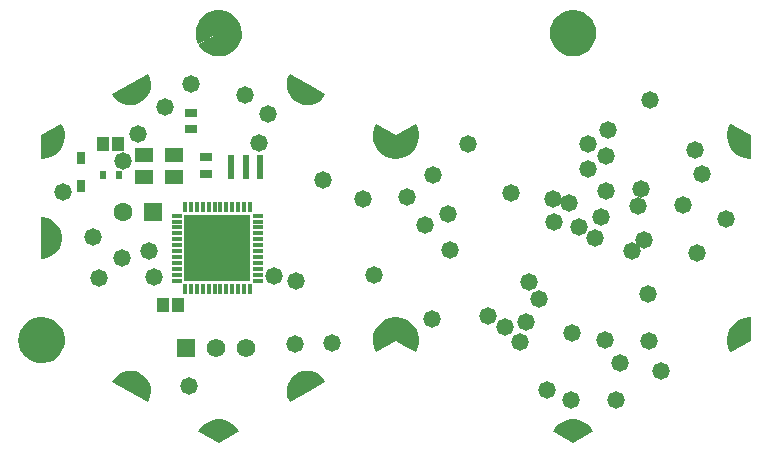
<source format=gbr>
G04*
G04 #@! TF.GenerationSoftware,Altium Limited,Altium Designer,25.8.1 (18)*
G04*
G04 Layer_Color=16711935*
%FSLAX44Y44*%
%MOMM*%
G71*
G04*
G04 #@! TF.SameCoordinates,E23997CD-C925-4744-B0FB-38551C603FD4*
G04*
G04*
G04 #@! TF.FilePolarity,Negative*
G04*
G01*
G75*
%ADD38R,0.9900X0.7400*%
G04:AMPARAMS|DCode=40|XSize=1.2032mm|YSize=1.2032mm|CornerRadius=0.6016mm|HoleSize=0mm|Usage=FLASHONLY|Rotation=30.000|XOffset=0mm|YOffset=0mm|HoleType=Round|Shape=RoundedRectangle|*
%AMROUNDEDRECTD40*
21,1,1.2032,0.0000,0,0,30.0*
21,1,0.0000,1.2032,0,0,30.0*
1,1,1.2032,0.0000,0.0000*
1,1,1.2032,0.0000,0.0000*
1,1,1.2032,0.0000,0.0000*
1,1,1.2032,0.0000,0.0000*
%
%ADD40ROUNDEDRECTD40*%
G04:AMPARAMS|DCode=41|XSize=1.2032mm|YSize=1.2032mm|CornerRadius=0.6016mm|HoleSize=0mm|Usage=FLASHONLY|Rotation=90.000|XOffset=0mm|YOffset=0mm|HoleType=Round|Shape=RoundedRectangle|*
%AMROUNDEDRECTD41*
21,1,1.2032,0.0000,0,0,90.0*
21,1,0.0000,1.2032,0,0,90.0*
1,1,1.2032,0.0000,0.0000*
1,1,1.2032,0.0000,0.0000*
1,1,1.2032,0.0000,0.0000*
1,1,1.2032,0.0000,0.0000*
%
%ADD41ROUNDEDRECTD41*%
G04:AMPARAMS|DCode=42|XSize=1.2032mm|YSize=1.2032mm|CornerRadius=0.6016mm|HoleSize=0mm|Usage=FLASHONLY|Rotation=330.000|XOffset=0mm|YOffset=0mm|HoleType=Round|Shape=RoundedRectangle|*
%AMROUNDEDRECTD42*
21,1,1.2032,0.0000,0,0,330.0*
21,1,0.0000,1.2032,0,0,330.0*
1,1,1.2032,0.0000,0.0000*
1,1,1.2032,0.0000,0.0000*
1,1,1.2032,0.0000,0.0000*
1,1,1.2032,0.0000,0.0000*
%
%ADD42ROUNDEDRECTD42*%
%ADD43C,1.6032*%
%ADD44R,1.6032X1.6032*%
%ADD45C,1.5700*%
%ADD46R,1.5700X1.5700*%
%ADD47C,1.4732*%
%ADD59R,5.7000X5.7000*%
%ADD60R,0.6000X0.8000*%
%ADD61R,0.3000X0.8500*%
%ADD63R,0.8500X0.3000*%
%ADD64R,0.6033X2.1032*%
%ADD65R,1.0032X1.1532*%
%ADD66R,0.7032X1.1032*%
%ADD67R,1.6002X1.2954*%
G36*
X153602Y191945D02*
X157319Y190313D01*
X160621Y187953D01*
X163369Y184964D01*
X165443Y181474D01*
X166757Y177633D01*
X167254Y173604D01*
X166912Y169559D01*
X165747Y165671D01*
X164778Y163887D01*
Y163887D01*
X147599Y173778D01*
X130421Y163887D01*
X129452Y165671D01*
X128287Y169559D01*
X127945Y173604D01*
X128442Y177633D01*
X129755Y181474D01*
X131830Y184964D01*
X134577Y187953D01*
X137880Y190313D01*
X141597Y191945D01*
X145570Y192779D01*
X149629D01*
X153602Y191945D01*
D02*
G37*
G36*
X-146397D02*
X-142680Y190313D01*
X-139378Y187953D01*
X-136631Y184964D01*
X-134556Y181474D01*
X-133243Y177633D01*
X-132746Y173604D01*
X-133087Y169559D01*
X-134252Y165671D01*
X-135222Y163887D01*
Y163887D01*
X-152400Y173778D01*
X-169578Y163887D01*
X-170548Y165671D01*
X-171713Y169559D01*
X-172054Y173604D01*
X-171558Y177633D01*
X-170244Y181474D01*
X-168169Y184964D01*
X-165422Y187953D01*
X-162120Y190313D01*
X-158403Y191945D01*
X-154430Y192779D01*
X-150370D01*
X-146397Y191945D01*
D02*
G37*
G36*
X164770Y163820D02*
X163932Y162284D01*
X161738Y159559D01*
X159094Y157268D01*
X156085Y155483D01*
X152806Y154263D01*
X149363Y153644D01*
X145864Y153648D01*
X142422Y154275D01*
X139146Y155503D01*
X136141Y157294D01*
X133503Y159592D01*
X131315Y162322D01*
X130481Y163860D01*
X130481Y163860D01*
X147613Y173750D01*
X164770Y163820D01*
D02*
G37*
G36*
X-135230D02*
X-136067Y162284D01*
X-138261Y159559D01*
X-140905Y157268D01*
X-143914Y155483D01*
X-147193Y154263D01*
X-150637Y153644D01*
X-154135Y153648D01*
X-157577Y154275D01*
X-160853Y155503D01*
X-163858Y157294D01*
X-166497Y159592D01*
X-168685Y162322D01*
X-169518Y163860D01*
X-169518Y163860D01*
X-152387Y173750D01*
X-135230Y163820D01*
D02*
G37*
G36*
X-92289Y139060D02*
X-92277Y139080D01*
X-77174Y130346D01*
X-62065Y121637D01*
X-62076Y121617D01*
X-62023Y121586D01*
X-62856Y120043D01*
X-65104Y117351D01*
X-67840Y115159D01*
X-70958Y113554D01*
X-74333Y112600D01*
X-77829Y112336D01*
X-81309Y112771D01*
X-84633Y113888D01*
X-86165Y114774D01*
X-87704Y115661D01*
X-90333Y117981D01*
X-92450Y120777D01*
X-93969Y123937D01*
X-94830Y127337D01*
X-94999Y130839D01*
X-94469Y134305D01*
X-93261Y137598D01*
X-92343Y139091D01*
X-92289Y139060D01*
D02*
G37*
G36*
X-211602Y137587D02*
X-210390Y134297D01*
X-209856Y130831D01*
X-210020Y127328D01*
X-210877Y123928D01*
X-212392Y120765D01*
X-214505Y117967D01*
X-217131Y115644D01*
X-220167Y113888D01*
X-223491Y112771D01*
X-226971Y112336D01*
X-230467Y112600D01*
X-233842Y113554D01*
X-236960Y115159D01*
X-239697Y117351D01*
X-241944Y120043D01*
X-242778Y121586D01*
X-242778D01*
X-212523Y139080D01*
X-211602Y137587D01*
D02*
G37*
G36*
X-285740Y96820D02*
D01*
X-285740D01*
X-285740D01*
D02*
G37*
G36*
X-2400Y87176D02*
X14278Y96781D01*
X15189Y95288D01*
X16452Y92025D01*
X17114Y88590D01*
X17155Y85092D01*
X16573Y81642D01*
X15387Y78351D01*
X13634Y75323D01*
X11371Y72655D01*
X8669Y70432D01*
X5615Y68726D01*
X2306Y67589D01*
X-1152Y67059D01*
X-2400Y67093D01*
X-3649Y67059D01*
X-7107Y67589D01*
X-10416Y68726D01*
X-13470Y70432D01*
X-16171Y72655D01*
X-18435Y75323D01*
X-20187Y78351D01*
X-21374Y81642D01*
X-21956Y85092D01*
X-21915Y88590D01*
X-21253Y92025D01*
X-19990Y95288D01*
X-19079Y96781D01*
Y96781D01*
X-2400Y87176D01*
D02*
G37*
G36*
X-285709Y96769D02*
X-285688Y96781D01*
X-284777Y95288D01*
X-283514Y92025D01*
X-282852Y88590D01*
X-282811Y85092D01*
X-283393Y81642D01*
X-284580Y78351D01*
X-286332Y75323D01*
X-288596Y72655D01*
X-291297Y70432D01*
X-291328Y70415D01*
X-291330Y70413D01*
X-294388Y68700D01*
X-297702Y67557D01*
X-301166Y67023D01*
X-302918Y67067D01*
X-302895Y86887D01*
X-285740Y96820D01*
X-285709Y96769D01*
D02*
G37*
G36*
X280977Y96749D02*
X280981Y96756D01*
X280981D01*
X287540Y92969D01*
X298099Y86888D01*
Y86873D01*
X298113Y86865D01*
X298099Y74678D01*
Y67106D01*
X298091Y67106D01*
X298091Y67041D01*
X296342Y66999D01*
X292885Y67536D01*
X289579Y68680D01*
X286529Y70394D01*
X283833Y72623D01*
X281575Y75296D01*
X280695Y76826D01*
X279812Y78351D01*
X278626Y81642D01*
X278044Y85092D01*
X278084Y88590D01*
X278747Y92025D01*
X280009Y95288D01*
X280921Y96781D01*
Y96781D01*
X280977Y96749D01*
D02*
G37*
G36*
X-297687Y16945D02*
X-294415Y15672D01*
X-291462Y13774D01*
X-288944Y11327D01*
X-286963Y8429D01*
X-285596Y5196D01*
X-284899Y1755D01*
Y-1755D01*
X-285596Y-5196D01*
X-286963Y-8429D01*
X-288944Y-11327D01*
X-291462Y-13774D01*
X-294415Y-15672D01*
X-297687Y-16945D01*
X-297715Y-16950D01*
X-297726Y-16954D01*
X-301181Y-17554D01*
X-302934Y-17505D01*
X-302934D01*
X-302957Y17443D01*
X-302900Y17444D01*
Y17493D01*
X-301146Y17544D01*
X-297687Y16945D01*
D02*
G37*
G36*
X298099Y-67106D02*
X298099D01*
Y-86888D01*
X280921Y-96781D01*
D01*
X280921D01*
X280009Y-95288D01*
X278747Y-92025D01*
X278084Y-88590D01*
X278044Y-85092D01*
X278626Y-81642D01*
X279812Y-78351D01*
X281565Y-75323D01*
X283828Y-72655D01*
X286530Y-70432D01*
X289584Y-68726D01*
X292893Y-67589D01*
X296351Y-67059D01*
X296351D01*
D01*
X298099Y-67106D01*
D02*
G37*
G36*
X2306Y-67589D02*
X5615Y-68726D01*
X8669Y-70432D01*
X11371Y-72655D01*
X13634Y-75323D01*
X15387Y-78351D01*
X16573Y-81642D01*
X17155Y-85092D01*
X17114Y-88590D01*
X16452Y-92025D01*
X15189Y-95288D01*
X14278Y-96781D01*
X6020Y-92025D01*
X-2400Y-87176D01*
X-19079Y-96781D01*
X-19990Y-95288D01*
X-21253Y-92025D01*
X-21915Y-88590D01*
X-21956Y-85092D01*
X-21374Y-81642D01*
X-20187Y-78351D01*
X-18435Y-75323D01*
X-16171Y-72655D01*
X-13470Y-70432D01*
X-10416Y-68726D01*
X-7107Y-67589D01*
X-3649Y-67059D01*
X-2400Y-67093D01*
X-1152Y-67059D01*
X2306Y-67589D01*
D02*
G37*
G36*
X-297653Y-67536D02*
X-294347Y-68680D01*
X-291297Y-70394D01*
X-288600Y-72623D01*
X-286343Y-75296D01*
X-284597Y-78328D01*
X-283419Y-81622D01*
X-282845Y-85073D01*
X-282893Y-88571D01*
X-283564Y-92005D01*
X-284834Y-95265D01*
X-285749Y-96756D01*
Y-96756D01*
X-302880Y-86865D01*
X-302859Y-67041D01*
X-301110Y-66999D01*
X-297653Y-67536D01*
D02*
G37*
G36*
X14278Y-96781D02*
X14278D01*
D01*
X14278D01*
D02*
G37*
G36*
X-302895Y-86887D02*
X-285740Y-96820D01*
X-286800Y-98551D01*
X-289585Y-101504D01*
X-292917Y-103823D01*
X-296655Y-105407D01*
X-300638Y-106190D01*
X-304697Y-106138D01*
X-308659Y-105253D01*
X-312354Y-103574D01*
X-315626Y-101171D01*
X-318335Y-98147D01*
X-320365Y-94632D01*
X-321629Y-90774D01*
X-322074Y-86740D01*
X-321681Y-82699D01*
X-320466Y-78826D01*
X-318482Y-75285D01*
X-315812Y-72226D01*
X-312571Y-69782D01*
X-308898Y-68055D01*
X-304947Y-67120D01*
X-302918Y-67067D01*
X-302918Y-67067D01*
X-302895Y-86887D01*
D02*
G37*
G36*
X-74333Y-112600D02*
X-70958Y-113554D01*
X-67840Y-115159D01*
X-65104Y-117351D01*
X-62856Y-120043D01*
X-62023Y-121586D01*
D01*
Y-121586D01*
X-77150Y-130333D01*
X-92277Y-139080D01*
X-93198Y-137587D01*
X-94410Y-134297D01*
X-94944Y-130831D01*
X-94780Y-127329D01*
X-93923Y-123928D01*
X-92408Y-120766D01*
X-90295Y-117967D01*
X-87669Y-115644D01*
X-84633Y-113888D01*
X-81309Y-112771D01*
X-77829Y-112336D01*
X-74333Y-112600D01*
D02*
G37*
G36*
X-223491Y-112771D02*
X-220167Y-113888D01*
X-218636Y-114774D01*
X-217097Y-115661D01*
X-214467Y-117981D01*
X-212350Y-120777D01*
X-210831Y-123937D01*
X-209970Y-127337D01*
X-209801Y-130839D01*
X-210331Y-134305D01*
X-211539Y-137598D01*
X-212457Y-139091D01*
D01*
X-212457Y-139091D01*
X-212457Y-139091D01*
X-212511Y-139060D01*
X-212523Y-139080D01*
D01*
X-212523Y-139080D01*
X-212523Y-139080D01*
X-227626Y-130346D01*
X-242735Y-121637D01*
X-242724Y-121617D01*
X-242778Y-121586D01*
X-241944Y-120043D01*
X-239697Y-117351D01*
X-236960Y-115159D01*
X-233842Y-113554D01*
X-230467Y-112600D01*
X-226971Y-112336D01*
X-223491Y-112771D01*
D02*
G37*
G36*
X149334Y-153648D02*
X152776Y-154275D01*
X156052Y-155503D01*
X159057Y-157294D01*
X161696Y-159592D01*
X163884Y-162322D01*
X164718Y-163860D01*
X164718D01*
X163885Y-164340D01*
X163910Y-164387D01*
X147599Y-173778D01*
X131289Y-164387D01*
X131318Y-164334D01*
X130429Y-163820D01*
X131266Y-162284D01*
X133461Y-159559D01*
X136105Y-157268D01*
X139114Y-155483D01*
X142392Y-154263D01*
X145836Y-153644D01*
X149334Y-153648D01*
D02*
G37*
G36*
X-150665D02*
X-147223Y-154275D01*
X-143947Y-155503D01*
X-140942Y-157294D01*
X-138303Y-159592D01*
X-136116Y-162322D01*
X-135282Y-163860D01*
X-135282D01*
X-136115Y-164340D01*
X-136089Y-164387D01*
X-152400Y-173778D01*
X-168711Y-164387D01*
X-168682Y-164334D01*
X-169570Y-163820D01*
X-168733Y-162284D01*
X-166539Y-159559D01*
X-163895Y-157268D01*
X-160886Y-155483D01*
X-157607Y-154263D01*
X-154164Y-153644D01*
X-150665Y-153648D01*
D02*
G37*
D38*
X-175649Y91907D02*
D03*
X-163237Y54512D02*
D03*
Y68512D02*
D03*
X-175649Y105907D02*
D03*
D40*
X147599Y165199D02*
D03*
Y-165199D02*
D03*
X-152400Y165199D02*
D03*
Y-165199D02*
D03*
X-80899Y123901D02*
D03*
X-223901Y-123901D02*
D03*
D41*
Y123901D02*
D03*
X-1679Y77521D02*
D03*
X290700Y-82601D02*
D03*
X-295468Y82601D02*
D03*
X-1679Y-77521D02*
D03*
X-80899Y-123901D02*
D03*
D42*
X290700Y82601D02*
D03*
X-295468Y-82601D02*
D03*
X-295501Y-0D02*
D03*
D43*
X-233423Y22051D02*
D03*
D44*
X-208423D02*
D03*
D45*
X-129178Y-93003D02*
D03*
X-154579D02*
D03*
D46*
X-179979D02*
D03*
D47*
X-173083Y-13848D02*
D03*
X160620Y79573D02*
D03*
X160450Y58527D02*
D03*
X177417Y91483D02*
D03*
X175262Y69760D02*
D03*
X107895Y-71182D02*
D03*
X102852Y-88355D02*
D03*
X-118110Y80263D02*
D03*
X-258493Y1090D02*
D03*
X-220735Y88385D02*
D03*
X-198156Y110454D02*
D03*
X-110309Y104901D02*
D03*
X58928Y79375D02*
D03*
X-87771Y-89446D02*
D03*
X-56153Y-88939D02*
D03*
X-177976Y-125714D02*
D03*
X-233423Y65023D02*
D03*
X277368Y16001D02*
D03*
X-64008Y48767D02*
D03*
X-284168Y38802D02*
D03*
X205486Y41147D02*
D03*
X-211836Y-11177D02*
D03*
X41656Y20319D02*
D03*
X94996Y38353D02*
D03*
X152908Y8889D02*
D03*
X-207518Y-33021D02*
D03*
X-20574Y-31243D02*
D03*
X131318Y13207D02*
D03*
X208026Y-1525D02*
D03*
X75946Y-65969D02*
D03*
X125222Y-129033D02*
D03*
X211373Y-47685D02*
D03*
X-30607Y32892D02*
D03*
X89773Y-75439D02*
D03*
X110080Y-37344D02*
D03*
X221996Y-112523D02*
D03*
X256540Y53847D02*
D03*
X28702Y53339D02*
D03*
X130556Y33273D02*
D03*
X21844Y10667D02*
D03*
X166389Y-1D02*
D03*
X27940Y-68835D02*
D03*
X171159Y18033D02*
D03*
X119066Y-51877D02*
D03*
X250783Y74844D02*
D03*
X-86614Y-36069D02*
D03*
X43434Y-10161D02*
D03*
X-234442Y-16765D02*
D03*
X144526Y29209D02*
D03*
X-253492Y-33782D02*
D03*
X187706Y-106173D02*
D03*
X175260Y39695D02*
D03*
X146812Y-80519D02*
D03*
X197358Y-10669D02*
D03*
X145796Y-137161D02*
D03*
X183668D02*
D03*
X7112Y34543D02*
D03*
X202184Y27431D02*
D03*
X211836Y-87631D02*
D03*
X252602Y-12759D02*
D03*
X174244Y-86107D02*
D03*
X241046Y27939D02*
D03*
X212598Y116839D02*
D03*
X-129794Y120903D02*
D03*
X-105918Y-32005D02*
D03*
X-175924Y130301D02*
D03*
D59*
X-153439Y-8661D02*
D03*
D60*
X-236499Y53244D02*
D03*
X-250499D02*
D03*
D61*
X-155938Y25839D02*
D03*
X-160938D02*
D03*
X-165938D02*
D03*
X-180938D02*
D03*
X-175938D02*
D03*
X-170938D02*
D03*
X-135938D02*
D03*
X-130938D02*
D03*
X-125939D02*
D03*
Y-43161D02*
D03*
X-130938D02*
D03*
X-135938D02*
D03*
X-140938D02*
D03*
X-145938D02*
D03*
X-150938D02*
D03*
X-155938D02*
D03*
X-160938D02*
D03*
X-165938D02*
D03*
X-170938D02*
D03*
X-175938D02*
D03*
X-180938D02*
D03*
X-150938Y25839D02*
D03*
X-140938D02*
D03*
X-145938D02*
D03*
D63*
X-118938Y13839D02*
D03*
Y18839D02*
D03*
Y8840D02*
D03*
Y3839D02*
D03*
Y-1160D02*
D03*
Y-6161D02*
D03*
Y-11161D02*
D03*
Y-16161D02*
D03*
Y-21161D02*
D03*
Y-26161D02*
D03*
Y-31161D02*
D03*
Y-36161D02*
D03*
X-187938D02*
D03*
Y-31161D02*
D03*
Y-26161D02*
D03*
Y-21161D02*
D03*
Y-16161D02*
D03*
Y-11161D02*
D03*
Y-6161D02*
D03*
Y-1160D02*
D03*
Y3839D02*
D03*
Y8840D02*
D03*
Y13839D02*
D03*
Y18839D02*
D03*
D64*
X-129628Y59944D02*
D03*
X-141627D02*
D03*
X-117629D02*
D03*
D65*
X-250537Y79276D02*
D03*
X-199660Y-56777D02*
D03*
X-187160D02*
D03*
X-238036Y79276D02*
D03*
D66*
X-268791Y67347D02*
D03*
Y44348D02*
D03*
D67*
X-190148Y51398D02*
D03*
X-215300Y51288D02*
D03*
Y69830D02*
D03*
X-190148Y69940D02*
D03*
M02*

</source>
